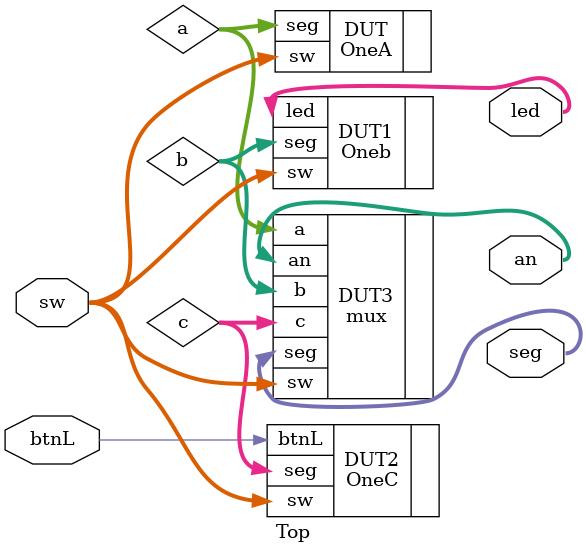
<source format=v>
`timescale 1ns / 1ps


module Top(input [15:0] sw, input btnL, output [6:0] seg, output [3:0] an, output [3:0] led);
wire [6:0] a, b, c; 
OneA DUT (.sw(sw), .seg(a));

Oneb DUT1 (.sw(sw), .seg(b), .led(led));

OneC DUT2 (.sw(sw), .btnL(btnL), .seg(c));

mux DUT3 (.sw(sw), .seg(seg), .an(an), .a(a), .b(b), .c(c));


endmodule

</source>
